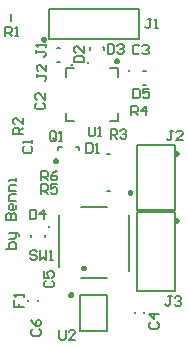
<source format=gto>
%FSDAX24Y24*%
%MOIN*%
%SFA1B1*%

%IPPOS*%
%ADD10C,0.003900*%
%ADD11C,0.009800*%
%ADD12C,0.007900*%
%ADD13C,0.006000*%
%LNptw_ecu_cp_v1.0-1*%
%LPD*%
G54D10*
X013167Y015071D02*
D01*
X013166Y015072*
X013166Y015073*
X013166Y015075*
X013166Y015076*
X013165Y015077*
X013165Y015079*
X013164Y015080*
X013163Y015081*
X013163Y015082*
X013162Y015083*
X013161Y015084*
X013160Y015085*
X013159Y015086*
X013158Y015087*
X013157Y015088*
X013155Y015088*
X013154Y015089*
X013153Y015090*
X013151Y015090*
X013150Y015090*
X013149Y015090*
X013147Y015090*
X013146*
X013144Y015090*
X013143Y015090*
X013142Y015090*
X013140Y015090*
X013139Y015089*
X013138Y015088*
X013137Y015088*
X013135Y015087*
X013134Y015086*
X013133Y015085*
X013132Y015084*
X013131Y015083*
X013130Y015082*
X013130Y015081*
X013129Y015080*
X013128Y015079*
X013128Y015077*
X013127Y015076*
X013127Y015075*
X013127Y015073*
X013127Y015072*
X013127Y015071*
X013127Y015069*
X013127Y015068*
X013127Y015066*
X013127Y015065*
X013128Y015064*
X013128Y015062*
X013129Y015061*
X013130Y015060*
X013130Y015059*
X013131Y015058*
X013132Y015057*
X013133Y015056*
X013134Y015055*
X013135Y015054*
X013137Y015053*
X013138Y015053*
X013139Y015052*
X013140Y015051*
X013142Y015051*
X013143Y015051*
X013144Y015051*
X013146Y015051*
X013147*
X013149Y015051*
X013150Y015051*
X013151Y015051*
X013153Y015051*
X013154Y015052*
X013155Y015053*
X013157Y015053*
X013158Y015054*
X013159Y015055*
X013160Y015056*
X013161Y015057*
X013162Y015058*
X013163Y015059*
X013163Y015060*
X013164Y015061*
X013165Y015062*
X013165Y015064*
X013166Y015065*
X013166Y015066*
X013166Y015068*
X013166Y015069*
X013167Y015071*
X013903Y020483D02*
D01*
X013902Y020484*
X013901Y020485*
X013900Y020486*
X013899Y020486*
X013898Y020487*
X013897Y020488*
X013895Y020489*
X013894Y020489*
X013893Y020490*
X013892Y020490*
X013890Y020491*
X013889Y020491*
X013888Y020491*
X013886Y020491*
X013885Y020491*
X013884Y020491*
X013882Y020490*
X013881Y020490*
X013880Y020490*
X013878Y020489*
X013877Y020489*
X013876Y020488*
X013875Y020487*
X013874Y020486*
X013873Y020485*
X013872Y020484*
X013871Y020483*
X013870Y020482*
X013870Y020481*
X013869Y020480*
X013868Y020479*
X013868Y020477*
X013868Y020476*
X013867Y020475*
X013867Y020473*
X013867Y020472*
X013867Y020471*
X013867Y020469*
X013867Y020468*
X013868Y020467*
X013868Y020465*
X013869Y020464*
X013869Y020463*
X013870Y020462*
X013871Y020461*
X013871Y020459*
X013872Y020458*
X013873Y020457*
X013874Y020457*
X013875Y020456*
X013876Y020455*
X013878Y020454*
X013879Y020454*
X013880Y020453*
X013881Y020453*
X013883Y020452*
X013884Y020452*
X013885Y020452*
X013887Y020452*
X013888Y020452*
X013889Y020452*
X013891Y020453*
X013892Y020453*
X013893Y020453*
X013895Y020454*
X013896Y020454*
X013897Y020455*
X013898Y020456*
X013899Y020457*
X013900Y020458*
X013901Y020459*
X013902Y020460*
X013903Y020461*
X013903Y020462*
X013904Y020463*
X013905Y020464*
X013905Y020466*
X013905Y020467*
X013906Y020468*
X013906Y020470*
X013906Y020471*
X013906Y020472*
X014443Y020537D02*
D01*
X014442Y020538*
X014442Y020539*
X014442Y020541*
X014442Y020542*
X014441Y020543*
X014441Y020545*
X014440Y020546*
X014439Y020547*
X014439Y020548*
X014438Y020549*
X014437Y020550*
X014436Y020551*
X014435Y020552*
X014434Y020553*
X014433Y020554*
X014431Y020554*
X014430Y020555*
X014429Y020556*
X014427Y020556*
X014426Y020556*
X014425Y020556*
X014423Y020556*
X014422*
X014420Y020556*
X014419Y020556*
X014418Y020556*
X014416Y020556*
X014415Y020555*
X014414Y020554*
X014413Y020554*
X014411Y020553*
X014410Y020552*
X014409Y020551*
X014408Y020550*
X014407Y020549*
X014406Y020548*
X014406Y020547*
X014405Y020546*
X014404Y020545*
X014404Y020543*
X014403Y020542*
X014403Y020541*
X014403Y020539*
X014403Y020538*
X014403Y020537*
X014403Y020535*
X014403Y020534*
X014403Y020532*
X014403Y020531*
X014404Y020530*
X014404Y020528*
X014405Y020527*
X014406Y020526*
X014406Y020525*
X014407Y020524*
X014408Y020523*
X014409Y020522*
X014410Y020521*
X014411Y020520*
X014413Y020519*
X014414Y020519*
X014415Y020518*
X014416Y020517*
X014418Y020517*
X014419Y020517*
X014420Y020517*
X014422Y020517*
X014423*
X014425Y020517*
X014426Y020517*
X014427Y020517*
X014429Y020517*
X014430Y020518*
X014431Y020519*
X014433Y020519*
X014434Y020520*
X014435Y020521*
X014436Y020522*
X014437Y020523*
X014438Y020524*
X014439Y020525*
X014439Y020526*
X014440Y020527*
X014441Y020528*
X014441Y020530*
X014442Y020531*
X014442Y020532*
X014442Y020534*
X014442Y020535*
X014443Y020537*
X015831Y020291D02*
D01*
X015830Y020292*
X015830Y020293*
X015830Y020295*
X015830Y020296*
X015829Y020297*
X015829Y020299*
X015828Y020300*
X015827Y020301*
X015827Y020302*
X015826Y020303*
X015825Y020304*
X015824Y020305*
X015823Y020306*
X015822Y020307*
X015821Y020308*
X015819Y020308*
X015818Y020309*
X015817Y020310*
X015815Y020310*
X015814Y020310*
X015813Y020310*
X015811Y020310*
X015810*
X015808Y020310*
X015807Y020310*
X015806Y020310*
X015804Y020310*
X015803Y020309*
X015802Y020308*
X015801Y020308*
X015799Y020307*
X015798Y020306*
X015797Y020305*
X015796Y020304*
X015795Y020303*
X015794Y020302*
X015794Y020301*
X015793Y020300*
X015792Y020299*
X015792Y020297*
X015791Y020296*
X015791Y020295*
X015791Y020293*
X015791Y020292*
X015791Y020291*
X015791Y020289*
X015791Y020288*
X015791Y020286*
X015791Y020285*
X015792Y020284*
X015792Y020282*
X015793Y020281*
X015794Y020280*
X015794Y020279*
X015795Y020278*
X015796Y020277*
X015797Y020276*
X015798Y020275*
X015799Y020274*
X015801Y020273*
X015802Y020273*
X015803Y020272*
X015804Y020271*
X015806Y020271*
X015807Y020271*
X015808Y020271*
X015810Y020271*
X015811*
X015813Y020271*
X015814Y020271*
X015815Y020271*
X015817Y020271*
X015818Y020272*
X015819Y020273*
X015821Y020273*
X015822Y020274*
X015823Y020275*
X015824Y020276*
X015825Y020277*
X015826Y020278*
X015827Y020279*
X015827Y020280*
X015828Y020281*
X015829Y020282*
X015829Y020284*
X015830Y020285*
X015830Y020286*
X015830Y020288*
X015830Y020289*
X015831Y020291*
G54D11*
X015900Y016217D02*
D01*
X015899Y016220*
X015899Y016223*
X015898Y016227*
X015898Y016230*
X015897Y016233*
X015895Y016236*
X015894Y016240*
X015892Y016242*
X015890Y016245*
X015888Y016248*
X015886Y016251*
X015883Y016253*
X015881Y016255*
X015878Y016257*
X015875Y016259*
X015872Y016261*
X015869Y016262*
X015866Y016263*
X015862Y016264*
X015859Y016265*
X015856Y016265*
X015852Y016265*
X015849*
X015845Y016265*
X015842Y016265*
X015839Y016264*
X015835Y016263*
X015832Y016262*
X015829Y016261*
X015826Y016259*
X015823Y016257*
X015820Y016255*
X015818Y016253*
X015815Y016251*
X015813Y016248*
X015811Y016245*
X015809Y016242*
X015807Y016240*
X015806Y016236*
X015804Y016233*
X015803Y016230*
X015803Y016227*
X015802Y016223*
X015802Y016220*
X015802Y016217*
X015802Y016213*
X015802Y016210*
X015803Y016206*
X015803Y016203*
X015804Y016200*
X015806Y016197*
X015807Y016193*
X015809Y016191*
X015811Y016188*
X015813Y016185*
X015815Y016182*
X015818Y016180*
X015820Y016178*
X015823Y016176*
X015826Y016174*
X015829Y016172*
X015832Y016171*
X015835Y016170*
X015839Y016169*
X015842Y016168*
X015845Y016168*
X015849Y016168*
X015852*
X015856Y016168*
X015859Y016168*
X015862Y016169*
X015866Y016170*
X015869Y016171*
X015872Y016172*
X015875Y016174*
X015878Y016176*
X015881Y016178*
X015883Y016180*
X015886Y016182*
X015888Y016185*
X015890Y016188*
X015892Y016191*
X015894Y016193*
X015895Y016197*
X015897Y016200*
X015898Y016203*
X015898Y016206*
X015899Y016210*
X015899Y016213*
X015900Y016217*
X015447Y020606D02*
D01*
X015446Y020609*
X015446Y020612*
X015445Y020616*
X015445Y020619*
X015444Y020622*
X015442Y020625*
X015441Y020629*
X015439Y020631*
X015437Y020634*
X015435Y020637*
X015433Y020640*
X015430Y020642*
X015428Y020644*
X015425Y020646*
X015422Y020648*
X015419Y020650*
X015416Y020651*
X015413Y020652*
X015409Y020653*
X015406Y020654*
X015403Y020654*
X015399Y020654*
X015396*
X015392Y020654*
X015389Y020654*
X015386Y020653*
X015382Y020652*
X015379Y020651*
X015376Y020650*
X015373Y020648*
X015370Y020646*
X015367Y020644*
X015365Y020642*
X015362Y020640*
X015360Y020637*
X015358Y020634*
X015356Y020631*
X015354Y020629*
X015353Y020625*
X015351Y020622*
X015350Y020619*
X015350Y020616*
X015349Y020612*
X015349Y020609*
X015349Y020606*
X015349Y020602*
X015349Y020599*
X015350Y020595*
X015350Y020592*
X015351Y020589*
X015353Y020586*
X015354Y020582*
X015356Y020580*
X015358Y020577*
X015360Y020574*
X015362Y020571*
X015365Y020569*
X015367Y020567*
X015370Y020565*
X015373Y020563*
X015376Y020561*
X015379Y020560*
X015382Y020559*
X015386Y020558*
X015389Y020557*
X015392Y020557*
X015396Y020557*
X015399*
X015403Y020557*
X015406Y020557*
X015409Y020558*
X015413Y020559*
X015416Y020560*
X015419Y020561*
X015422Y020563*
X015425Y020565*
X015428Y020567*
X015430Y020569*
X015433Y020571*
X015435Y020574*
X015437Y020577*
X015439Y020580*
X015441Y020582*
X015442Y020586*
X015444Y020589*
X015445Y020592*
X015445Y020595*
X015446Y020599*
X015446Y020602*
X015447Y020606*
X017445Y015281D02*
D01*
X017444Y015284*
X017444Y015287*
X017443Y015291*
X017443Y015294*
X017442Y015297*
X017440Y015300*
X017439Y015304*
X017437Y015306*
X017435Y015309*
X017433Y015312*
X017431Y015315*
X017428Y015317*
X017426Y015319*
X017423Y015321*
X017420Y015323*
X017417Y015325*
X017414Y015326*
X017411Y015327*
X017407Y015328*
X017404Y015329*
X017401Y015329*
X017397Y015329*
X017394*
X017390Y015329*
X017387Y015329*
X017384Y015328*
X017380Y015327*
X017377Y015326*
X017374Y015325*
X017371Y015323*
X017368Y015321*
X017365Y015319*
X017363Y015317*
X017360Y015315*
X017358Y015312*
X017356Y015309*
X017354Y015306*
X017352Y015304*
X017351Y015300*
X017349Y015297*
X017348Y015294*
X017348Y015291*
X017347Y015287*
X017347Y015284*
X017347Y015281*
X017347Y015277*
X017347Y015274*
X017348Y015270*
X017348Y015267*
X017349Y015264*
X017351Y015261*
X017352Y015257*
X017354Y015255*
X017356Y015252*
X017358Y015249*
X017360Y015246*
X017363Y015244*
X017365Y015242*
X017368Y015240*
X017371Y015238*
X017374Y015236*
X017377Y015235*
X017380Y015234*
X017384Y015233*
X017387Y015232*
X017390Y015232*
X017394Y015232*
X017397*
X017401Y015232*
X017404Y015232*
X017407Y015233*
X017411Y015234*
X017414Y015235*
X017417Y015236*
X017420Y015238*
X017423Y015240*
X017426Y015242*
X017428Y015244*
X017431Y015246*
X017433Y015249*
X017435Y015252*
X017437Y015255*
X017439Y015257*
X017440Y015261*
X017442Y015264*
X017443Y015267*
X017443Y015270*
X017444Y015274*
X017444Y015277*
X017445Y015281*
X013921Y012811D02*
D01*
X013920Y012814*
X013920Y012817*
X013919Y012821*
X013919Y012824*
X013918Y012827*
X013916Y012830*
X013915Y012834*
X013913Y012836*
X013911Y012839*
X013909Y012842*
X013907Y012845*
X013904Y012847*
X013902Y012849*
X013899Y012851*
X013896Y012853*
X013893Y012855*
X013890Y012856*
X013887Y012857*
X013883Y012858*
X013880Y012859*
X013877Y012859*
X013873Y012859*
X013870*
X013866Y012859*
X013863Y012859*
X013860Y012858*
X013856Y012857*
X013853Y012856*
X013850Y012855*
X013847Y012853*
X013844Y012851*
X013841Y012849*
X013839Y012847*
X013836Y012845*
X013834Y012842*
X013832Y012839*
X013830Y012836*
X013828Y012834*
X013827Y012830*
X013825Y012827*
X013824Y012824*
X013824Y012821*
X013823Y012817*
X013823Y012814*
X013823Y012811*
X013823Y012807*
X013823Y012804*
X013824Y012800*
X013824Y012797*
X013825Y012794*
X013827Y012791*
X013828Y012787*
X013830Y012785*
X013832Y012782*
X013834Y012779*
X013836Y012776*
X013839Y012774*
X013841Y012772*
X013844Y012770*
X013847Y012768*
X013850Y012766*
X013853Y012765*
X013856Y012764*
X013860Y012763*
X013863Y012762*
X013866Y012762*
X013870Y012762*
X013873*
X013877Y012762*
X013880Y012762*
X013883Y012763*
X013887Y012764*
X013890Y012765*
X013893Y012766*
X013896Y012768*
X013899Y012770*
X013902Y012772*
X013904Y012774*
X013907Y012776*
X013909Y012779*
X013911Y012782*
X013913Y012785*
X013915Y012787*
X013916Y012791*
X013918Y012794*
X013919Y012797*
X013919Y012800*
X013920Y012804*
X013920Y012807*
X013921Y012811*
X013026Y021325D02*
D01*
X013025Y021328*
X013025Y021331*
X013024Y021335*
X013024Y021338*
X013023Y021341*
X013021Y021344*
X013020Y021348*
X013018Y021350*
X013016Y021353*
X013014Y021356*
X013012Y021359*
X013009Y021361*
X013007Y021363*
X013004Y021365*
X013001Y021367*
X012998Y021369*
X012995Y021370*
X012992Y021371*
X012988Y021372*
X012985Y021373*
X012982Y021373*
X012978Y021373*
X012975*
X012971Y021373*
X012968Y021373*
X012965Y021372*
X012961Y021371*
X012958Y021370*
X012955Y021369*
X012952Y021367*
X012949Y021365*
X012946Y021363*
X012944Y021361*
X012941Y021359*
X012939Y021356*
X012937Y021353*
X012935Y021350*
X012933Y021348*
X012932Y021344*
X012930Y021341*
X012929Y021338*
X012929Y021335*
X012928Y021331*
X012928Y021328*
X012928Y021325*
X012928Y021321*
X012928Y021318*
X012929Y021314*
X012929Y021311*
X012930Y021308*
X012932Y021305*
X012933Y021301*
X012935Y021299*
X012937Y021296*
X012939Y021293*
X012941Y021290*
X012944Y021288*
X012946Y021286*
X012949Y021284*
X012952Y021282*
X012955Y021280*
X012958Y021279*
X012961Y021278*
X012965Y021277*
X012968Y021276*
X012971Y021276*
X012975Y021276*
X012978*
X012982Y021276*
X012985Y021276*
X012988Y021277*
X012992Y021278*
X012995Y021279*
X012998Y021280*
X013001Y021282*
X013004Y021284*
X013007Y021286*
X013009Y021288*
X013012Y021290*
X013014Y021293*
X013016Y021296*
X013018Y021299*
X013020Y021301*
X013021Y021305*
X013023Y021308*
X013024Y021311*
X013024Y021314*
X013025Y021318*
X013025Y021321*
X013026Y021325*
X014344Y013697D02*
D01*
X014343Y013700*
X014343Y013703*
X014342Y013707*
X014342Y013710*
X014341Y013713*
X014339Y013716*
X014338Y013720*
X014336Y013722*
X014334Y013725*
X014332Y013728*
X014330Y013731*
X014327Y013733*
X014325Y013735*
X014322Y013737*
X014319Y013739*
X014316Y013741*
X014313Y013742*
X014310Y013743*
X014306Y013744*
X014303Y013745*
X014300Y013745*
X014296Y013745*
X014293*
X014289Y013745*
X014286Y013745*
X014283Y013744*
X014279Y013743*
X014276Y013742*
X014273Y013741*
X014270Y013739*
X014267Y013737*
X014264Y013735*
X014262Y013733*
X014259Y013731*
X014257Y013728*
X014255Y013725*
X014253Y013722*
X014251Y013720*
X014250Y013716*
X014248Y013713*
X014247Y013710*
X014247Y013707*
X014246Y013703*
X014246Y013700*
X014246Y013697*
X014246Y013693*
X014246Y013690*
X014247Y013686*
X014247Y013683*
X014248Y013680*
X014250Y013677*
X014251Y013673*
X014253Y013671*
X014255Y013668*
X014257Y013665*
X014259Y013662*
X014262Y013660*
X014264Y013658*
X014267Y013656*
X014270Y013654*
X014273Y013652*
X014276Y013651*
X014279Y013650*
X014283Y013649*
X014286Y013648*
X014289Y013648*
X014293Y013648*
X014296*
X014300Y013648*
X014303Y013648*
X014306Y013649*
X014310Y013650*
X014313Y013651*
X014316Y013652*
X014319Y013654*
X014322Y013656*
X014325Y013658*
X014327Y013660*
X014330Y013662*
X014332Y013665*
X014334Y013668*
X014336Y013671*
X014338Y013673*
X014339Y013677*
X014341Y013680*
X014342Y013683*
X014342Y013686*
X014343Y013690*
X014343Y013693*
X014344Y013697*
X013419Y017270D02*
D01*
X013418Y017273*
X013418Y017276*
X013417Y017280*
X013417Y017283*
X013416Y017286*
X013414Y017289*
X013413Y017293*
X013411Y017295*
X013409Y017298*
X013407Y017301*
X013405Y017304*
X013402Y017306*
X013400Y017308*
X013397Y017310*
X013394Y017312*
X013391Y017314*
X013388Y017315*
X013385Y017316*
X013381Y017317*
X013378Y017318*
X013375Y017318*
X013371Y017318*
X013368*
X013364Y017318*
X013361Y017318*
X013358Y017317*
X013354Y017316*
X013351Y017315*
X013348Y017314*
X013345Y017312*
X013342Y017310*
X013339Y017308*
X013337Y017306*
X013334Y017304*
X013332Y017301*
X013330Y017298*
X013328Y017295*
X013326Y017293*
X013325Y017289*
X013323Y017286*
X013322Y017283*
X013322Y017280*
X013321Y017276*
X013321Y017273*
X013321Y017270*
X013321Y017266*
X013321Y017263*
X013322Y017259*
X013322Y017256*
X013323Y017253*
X013325Y017250*
X013326Y017246*
X013328Y017244*
X013330Y017241*
X013332Y017238*
X013334Y017235*
X013337Y017233*
X013339Y017231*
X013342Y017229*
X013345Y017227*
X013348Y017225*
X013351Y017224*
X013354Y017223*
X013358Y017222*
X013361Y017221*
X013364Y017221*
X013368Y017221*
X013371*
X013375Y017221*
X013378Y017221*
X013381Y017222*
X013385Y017223*
X013388Y017224*
X013391Y017225*
X013394Y017227*
X013397Y017229*
X013400Y017231*
X013402Y017233*
X013405Y017235*
X013407Y017238*
X013409Y017241*
X013411Y017244*
X013413Y017246*
X013414Y017250*
X013416Y017253*
X013417Y017256*
X013417Y017259*
X013418Y017263*
X013418Y017266*
X013419Y017270*
X017445Y017516D02*
D01*
X017444Y017519*
X017444Y017522*
X017443Y017526*
X017443Y017529*
X017442Y017532*
X017440Y017535*
X017439Y017539*
X017437Y017541*
X017435Y017544*
X017433Y017547*
X017431Y017550*
X017428Y017552*
X017426Y017554*
X017423Y017556*
X017420Y017558*
X017417Y017560*
X017414Y017561*
X017411Y017562*
X017407Y017563*
X017404Y017564*
X017401Y017564*
X017397Y017564*
X017394*
X017390Y017564*
X017387Y017564*
X017384Y017563*
X017380Y017562*
X017377Y017561*
X017374Y017560*
X017371Y017558*
X017368Y017556*
X017365Y017554*
X017363Y017552*
X017360Y017550*
X017358Y017547*
X017356Y017544*
X017354Y017541*
X017352Y017539*
X017351Y017535*
X017349Y017532*
X017348Y017529*
X017348Y017526*
X017347Y017522*
X017347Y017519*
X017347Y017516*
X017347Y017512*
X017347Y017509*
X017348Y017505*
X017348Y017502*
X017349Y017499*
X017351Y017496*
X017352Y017492*
X017354Y017490*
X017356Y017487*
X017358Y017484*
X017360Y017481*
X017363Y017479*
X017365Y017477*
X017368Y017475*
X017371Y017473*
X017374Y017471*
X017377Y017470*
X017380Y017469*
X017384Y017468*
X017387Y017467*
X017390Y017467*
X017394Y017467*
X017397*
X017401Y017467*
X017404Y017467*
X017407Y017468*
X017411Y017469*
X017414Y017470*
X017417Y017471*
X017420Y017473*
X017423Y017475*
X017426Y017477*
X017428Y017479*
X017431Y017481*
X017433Y017484*
X017435Y017487*
X017437Y017490*
X017439Y017492*
X017440Y017496*
X017442Y017499*
X017443Y017502*
X017443Y017505*
X017444Y017509*
X017444Y017512*
X017445Y017516*
G54D12*
X012465Y012594D02*
Y012634D01*
X012780Y012594D02*
Y012634D01*
X012543Y014720D02*
X012551D01*
X013016D02*
Y014813D01*
X013008Y014720D02*
X013016D01*
X012543D02*
Y014813D01*
X013409Y021022D02*
Y021030D01*
Y020557D02*
X013502D01*
X013409D02*
Y020565D01*
Y021030D02*
X013502D01*
X014967Y021069D02*
X014974D01*
X014502Y020976D02*
Y021069D01*
X014510*
X014974Y020976D02*
Y021069D01*
X016382Y019789D02*
Y019797D01*
X016289Y020262D02*
X016382D01*
Y020254D02*
Y020262D01*
X016289Y019789D02*
X016382D01*
X016008Y012181D02*
Y012220D01*
X016323Y012181D02*
Y012220D01*
X011881Y021935D02*
Y022171D01*
X015093Y017496D02*
X015171D01*
X015093Y016276D02*
X015171D01*
X015181Y020350D02*
X015457D01*
Y020075D02*
Y020350D01*
X013705D02*
X013980D01*
X013705Y020075D02*
Y020350D01*
Y018598D02*
X013980D01*
X013705D02*
Y018874D01*
X015181Y018598D02*
X015457D01*
Y018874*
X016077Y012919D02*
Y015577D01*
Y012919D02*
X017337D01*
Y015577*
X016077D02*
X017337D01*
X014177Y011591D02*
Y012811D01*
X015083Y011591D02*
Y012811D01*
X014177D02*
X015083D01*
X014177Y011591D02*
X015083D01*
X013150Y021327D02*
X016150D01*
Y022327*
X013150D02*
X016150D01*
X013150Y021327D02*
Y022327D01*
X013469Y013717D02*
Y015480D01*
X014206Y015724D02*
X015093D01*
X015831Y013607D02*
Y015480D01*
X014217Y013362D02*
X015093D01*
X013459Y017624D02*
Y017742D01*
X013577*
X014167Y017624D02*
Y017742D01*
X014049D02*
X014167D01*
X016077Y015626D02*
X017337D01*
X016077Y017791D02*
X017337D01*
Y015626D02*
Y017791D01*
X016077Y015626D02*
Y017791D01*
G54D13*
X012888Y016167D02*
Y016487D01*
X013048*
X013101Y016434*
Y016327*
X013048Y016274*
X012888*
X012994D02*
X013101Y016167D01*
X013421Y016487D02*
X013208D01*
Y016327*
X013314Y016381*
X013368*
X013421Y016327*
Y016221*
X013368Y016167*
X013261*
X013208Y016221*
X011721Y014346D02*
X012041D01*
Y014506*
X011988Y014560*
X011935*
X011881*
X011828Y014506*
Y014346*
Y014666D02*
X011988D01*
X012041Y014720*
Y014880*
X012095*
X012148Y014826*
Y014773*
X012041Y014880D02*
X011828D01*
X011721Y015306D02*
X012041D01*
Y015466*
X011988Y015519*
X011935*
X011881Y015466*
Y015306*
Y015466*
X011828Y015519*
X011775*
X011721Y015466*
Y015306*
X012041Y015786D02*
Y015679D01*
X011988Y015626*
X011881*
X011828Y015679*
Y015786*
X011881Y015839*
X011935*
Y015626*
X012041Y015946D02*
X011828D01*
Y016106*
X011881Y016159*
X012041*
Y016266D02*
X011828D01*
Y016426*
X011881Y016479*
X012041*
Y016586D02*
Y016692D01*
Y016639*
X011828*
Y016586*
X011987Y012621D02*
Y012407D01*
X012147*
Y012514*
Y012407*
X012307*
Y012727D02*
Y012834D01*
Y012781*
X011987*
X012041Y012727*
X012326Y017749D02*
X012273Y017695D01*
Y017589*
X012326Y017535*
X012539*
X012593Y017589*
Y017695*
X012539Y017749*
X012593Y017855D02*
Y017962D01*
Y017909*
X012273*
X012326Y017855*
X012514Y015641D02*
Y015321D01*
X012674*
X012727Y015374*
Y015587*
X012674Y015641*
X012514*
X012994Y015321D02*
Y015641D01*
X012834Y015481*
X013047*
X015102Y021162D02*
Y020843D01*
X015262*
X015316Y020896*
Y021109*
X015262Y021162*
X015102*
X015422Y021109D02*
X015476Y021162D01*
X015582*
X015636Y021109*
Y021056*
X015582Y021002*
X015529*
X015582*
X015636Y020949*
Y020896*
X015582Y020843*
X015476*
X015422Y020896*
X013985Y020551D02*
X014305D01*
Y020711*
X014252Y020764*
X014039*
X013985Y020711*
Y020551*
X014305Y021084D02*
Y020871D01*
X014092Y021084*
X014039*
X013985Y021031*
Y020924*
X014039Y020871*
X015959Y019676D02*
Y019356D01*
X016119*
X016172Y019410*
Y019623*
X016119Y019676*
X015959*
X016492D02*
X016279D01*
Y019516*
X016385Y019570*
X016439*
X016492Y019516*
Y019410*
X016439Y019356*
X016332*
X016279Y019410*
X012745Y020160D02*
Y020053D01*
Y020107*
X013012*
X013065Y020053*
Y020000*
X013012Y019947*
X013065Y020480D02*
Y020267D01*
X012852Y020480*
X012798*
X012745Y020427*
Y020320*
X012798Y020267*
X012716Y020959D02*
Y020852D01*
Y020906*
X012982*
X013035Y020852*
Y020799*
X012982Y020746*
X013035Y021065D02*
Y021172D01*
Y021119*
X012716*
X012769Y021065*
X014472Y018407D02*
Y018140D01*
X014526Y018087*
X014632*
X014686Y018140*
Y018407*
X014792Y018087D02*
X014899D01*
X014846*
Y018407*
X014792Y018353*
X014394Y017865D02*
Y017545D01*
X014554*
X014607Y017599*
Y017812*
X014554Y017865*
X014394*
X014714Y017545D02*
X014820D01*
X014767*
Y017865*
X014714Y017812*
X015900Y018785D02*
Y019105D01*
X016060*
X016113Y019052*
Y018945*
X016060Y018892*
X015900*
X016006D02*
X016113Y018785D01*
X016379D02*
Y019105D01*
X016220Y018945*
X016433*
X011697Y021423D02*
Y021743D01*
X011857*
X011910Y021690*
Y021583*
X011857Y021530*
X011697*
X011803D02*
X011910Y021423D01*
X012017D02*
X012123D01*
X012070*
Y021743*
X012017Y021690*
X012268Y018165D02*
X011948D01*
Y018325*
X012001Y018379*
X012108*
X012161Y018325*
Y018165*
Y018272D02*
X012268Y018379D01*
Y018699D02*
Y018485D01*
X012054Y018699*
X012001*
X011948Y018645*
Y018539*
X012001Y018485*
X015201Y018008D02*
Y018328D01*
X015361*
X015414Y018274*
Y018168*
X015361Y018115*
X015201*
X015307D02*
X015414Y018008D01*
X015521Y018274D02*
X015574Y018328D01*
X015681*
X015734Y018274*
Y018221*
X015681Y018168*
X015627*
X015681*
X015734Y018115*
Y018061*
X015681Y018008*
X015574*
X015521Y018061*
X017284Y018279D02*
X017177D01*
X017231*
Y018012*
X017177Y017959*
X017124*
X017071Y018012*
X017604Y017959D02*
X017391D01*
X017604Y018172*
Y018225*
X017551Y018279*
X017444*
X017391Y018225*
X017235Y012757D02*
X017128D01*
X017182*
Y012490*
X017128Y012437*
X017075*
X017022Y012490*
X017342Y012704D02*
X017395Y012757D01*
X017501*
X017555Y012704*
Y012650*
X017501Y012597*
X017448*
X017501*
X017555Y012544*
Y012490*
X017501Y012437*
X017395*
X017342Y012490*
X012611Y011656D02*
X012558Y011603D01*
Y011496*
X012611Y011443*
X012825*
X012878Y011496*
Y011603*
X012825Y011656*
X012558Y011976D02*
X012611Y011869D01*
X012718Y011763*
X012825*
X012878Y011816*
Y011923*
X012825Y011976*
X012771*
X012718Y011923*
Y011763*
X016539Y011892D02*
X016485Y011839D01*
Y011732*
X016539Y011679*
X016752*
X016805Y011732*
Y011839*
X016752Y011892*
X016805Y012159D02*
X016485D01*
X016645Y011999*
Y012212*
X016158Y021085D02*
X016105Y021139D01*
X015998*
X015945Y021085*
Y020872*
X015998Y020819*
X016105*
X016158Y020872*
X016265Y021085D02*
X016318Y021139D01*
X016425*
X016478Y021085*
Y021032*
X016425Y020979*
X016371*
X016425*
X016478Y020926*
Y020872*
X016425Y020819*
X016318*
X016265Y020872*
X012749Y019196D02*
X012696Y019142D01*
Y019036*
X012749Y018982*
X012962*
X013016Y019036*
Y019142*
X012962Y019196*
X013016Y019515D02*
Y019302D01*
X012802Y019515*
X012749*
X012696Y019462*
Y019355*
X012749Y019302*
X013044Y013270D02*
X012991Y013217D01*
Y013110*
X013044Y013057*
X013258*
X013311Y013110*
Y013217*
X013258Y013270*
X012991Y013590D02*
Y013377D01*
X013151*
X013098Y013484*
Y013537*
X013151Y013590*
X013258*
X013311Y013537*
Y013430*
X013258Y013377*
X016566Y022009D02*
X016459D01*
X016512*
Y021742*
X016459Y021689*
X016406*
X016352Y021742*
X016672Y021689D02*
X016779D01*
X016726*
Y022009*
X016672Y021956*
X013386Y017992D02*
Y018206D01*
X013333Y018259*
X013227*
X013173Y018206*
Y017992*
X013227Y017939*
X013333*
X013280Y018046D02*
X013386Y017939D01*
X013333D02*
X013386Y017992D01*
X013493Y017939D02*
X013600D01*
X013546*
Y018259*
X013493Y018206*
X012888Y016620D02*
Y016940D01*
X013048*
X013101Y016887*
Y016780*
X013048Y016727*
X012888*
X012994D02*
X013101Y016620D01*
X013421Y016940D02*
X013314Y016887D01*
X013208Y016780*
Y016673*
X013261Y016620*
X013368*
X013421Y016673*
Y016727*
X013368Y016780*
X013208*
X012747Y014229D02*
X012693Y014282D01*
X012587*
X012533Y014229*
Y014176*
X012587Y014123*
X012693*
X012747Y014069*
Y014016*
X012693Y013963*
X012587*
X012533Y014016*
X012853Y014282D02*
Y013963D01*
X012960Y014069*
X013067Y013963*
Y014282*
X013173Y013963D02*
X013280D01*
X013227*
Y014282*
X013173Y014229*
X013488Y011625D02*
Y011358D01*
X013542Y011305*
X013648*
X013701Y011358*
Y011625*
X014021Y011305D02*
X013808D01*
X014021Y011518*
Y011572*
X013968Y011625*
X013861*
X013808Y011572*
M02*
</source>
